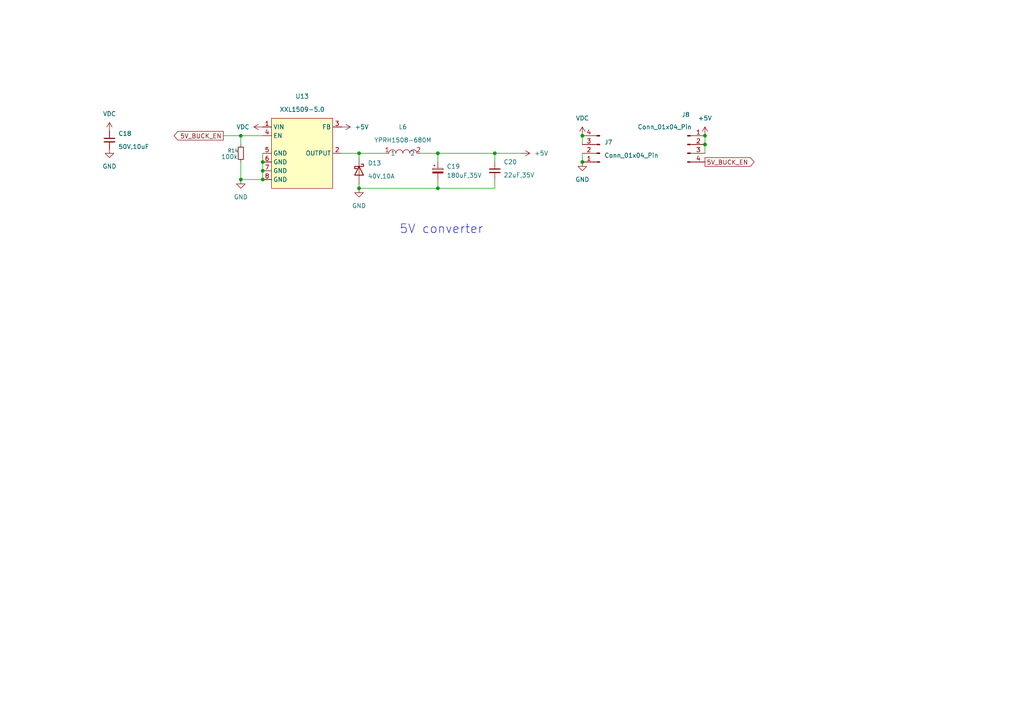
<source format=kicad_sch>
(kicad_sch (version 20250114) (generator "eeschema") (generator_version "9.0")
  (paper "A4")
  (lib_symbols
    (symbol "Connector:Conn_01x04_Pin" (pin_names (offset 1.016) (hide yes))
      (property "Reference" "J" (at 0 5.08 0))
      (property "Value" "Conn_01x04_Pin" (at 0 -7.62 0))
      (symbol "Conn_01x04_Pin_1_1"
        (rectangle (start 0.8636 2.667) (end 0 2.413) (stroke (width 0.1524)) (fill (type outline)))
        (rectangle (start 0.8636 0.127) (end 0 -0.127) (stroke (width 0.1524)) (fill (type outline)))
        (rectangle (start 0.8636 -2.413) (end 0 -2.667) (stroke (width 0.1524)) (fill (type outline)))
        (rectangle (start 0.8636 -4.953) (end 0 -5.207) (stroke (width 0.1524)) (fill (type outline)))
        (polyline (pts (xy 1.27 2.54) (xy 0.8636 2.54)) (stroke (width 0.1524)))
        (polyline (pts (xy 1.27 0) (xy 0.8636 0)) (stroke (width 0.1524)))
        (polyline (pts (xy 1.27 -2.54) (xy 0.8636 -2.54)) (stroke (width 0.1524)))
        (polyline (pts (xy 1.27 -5.08) (xy 0.8636 -5.08)) (stroke (width 0.1524)))
        (pin passive line (at 5.08 2.54 180) (length 3.81) (name "Pin_1") (number "1"))
        (pin passive line (at 5.08 0 180) (length 3.81) (name "Pin_2") (number "2"))
        (pin passive line (at 5.08 -2.54 180) (length 3.81) (name "Pin_3") (number "3"))
        (pin passive line (at 5.08 -5.08 180) (length 3.81) (name "Pin_4") (number "4"))
      )
    )
    (symbol "Device:C_Polarized_Small" (pin_numbers (hide yes)) (pin_names (offset 0.254) (hide yes))
      (property "Reference" "C" (at 0.254 1.778 0))
      (property "Value" "C_Polarized_Small" (at 0.254 -2.032 0))
      (symbol "C_Polarized_Small_0_1"
        (rectangle (start -1.524 0.6858) (end 1.524 0.3048))
        (rectangle (start -1.524 -0.3048) (end 1.524 -0.6858) (fill (type outline)))
        (polyline (pts (xy -1.27 1.524) (xy -0.762 1.524)))
        (polyline (pts (xy -1.016 1.27) (xy -1.016 1.778)))
      )
      (symbol "C_Polarized_Small_1_1"
        (pin passive line (at 0 2.54 270) (length 1.8542) (name "~") (number "1"))
        (pin passive line (at 0 -2.54 90) (length 1.8542) (name "~") (number "2"))
      )
    )
    (symbol "Device:C_Small" (pin_numbers (hide yes)) (pin_names (offset 0.254) (hide yes))
      (property "Reference" "C" (at 0.254 1.778 0))
      (property "Value" "C_Small" (at 0.254 -2.032 0))
      (symbol "C_Small_0_1"
        (polyline (pts (xy -1.524 0.508) (xy 1.524 0.508)) (stroke (width 0.3048)))
        (polyline (pts (xy -1.524 -0.508) (xy 1.524 -0.508)) (stroke (width 0.3302)))
      )
      (symbol "C_Small_1_1"
        (pin passive line (at 0 2.54 270) (length 2.032) (name "~") (number "1"))
        (pin passive line (at 0 -2.54 90) (length 2.032) (name "~") (number "2"))
      )
    )
    (symbol "Device:D_Schottky" (pin_numbers (hide yes)) (pin_names (offset 1.016) (hide yes))
      (property "Reference" "D" (at 0 2.54 0))
      (property "Value" "D_Schottky" (at 0 -2.54 0))
      (symbol "D_Schottky_0_1"
        (polyline (pts (xy -1.905 0.635) (xy -1.905 1.27) (xy -1.27 1.27) (xy -1.27 -1.27) (xy -0.635 -1.27) (xy -0.635 -0.635)) (stroke (width 0.254)))
        (polyline (pts (xy 1.27 1.27) (xy 1.27 -1.27) (xy -1.27 0) (xy 1.27 1.27)) (stroke (width 0.254)))
        (polyline (pts (xy 1.27 0) (xy -1.27 0)))
      )
      (symbol "D_Schottky_1_1"
        (pin passive line (at -3.81 0 0) (length 2.54) (name "K") (number "1"))
        (pin passive line (at 3.81 0 180) (length 2.54) (name "A") (number "2"))
      )
    )
    (symbol "Device:R_Small" (pin_numbers (hide yes)) (pin_names (offset 0.254) (hide yes))
      (property "Reference" "R" (at 0 0 90))
      (property "Value" "R_Small" (at 1.778 0 90))
      (symbol "R_Small_0_1"
        (rectangle (start -0.762 1.778) (end 0.762 -1.778) (stroke (width 0.2032)))
      )
      (symbol "R_Small_1_1"
        (pin passive line (at 0 2.54 270) (length 0.762) (name "~") (number "1"))
        (pin passive line (at 0 -2.54 90) (length 0.762) (name "~") (number "2"))
      )
    )
    (symbol "EasyEDA:XXL1509-5.0"
      (property "Reference" "U" (at 0 12.7 0))
      (property "Value" "XXL1509-5.0" (at 0 -12.7 0))
      (symbol "XXL1509-5.0_0_1"
        (rectangle (start -8.89 10.16) (end 8.89 -10.16) (fill (type background)))
        (pin unspecified line (at -11.43 7.62 0) (length 2.54) (name "FB") (number "3"))
        (pin unspecified line (at -11.43 0 0) (length 2.54) (name "OUTPUT") (number "2"))
        (pin unspecified line (at 11.43 7.62 180) (length 2.54) (name "VIN") (number "1"))
        (pin unspecified line (at 11.43 5.08 180) (length 2.54) (name "EN") (number "4"))
        (pin unspecified line (at 11.43 0 180) (length 2.54) (name "GND") (number "5"))
        (pin unspecified line (at 11.43 -2.54 180) (length 2.54) (name "GND") (number "6"))
        (pin unspecified line (at 11.43 -5.08 180) (length 2.54) (name "GND") (number "7"))
        (pin unspecified line (at 11.43 -7.62 180) (length 2.54) (name "GND") (number "8"))
      )
    )
    (symbol "easyeda2kicad:YPRH1508-680M"
      (property "Reference" "L" (at 0 5.08 0))
      (property "Value" "YPRH1508-680M" (at 0 -5.08 0))
      (symbol "YPRH1508-680M_0_1"
        (arc (start -4.06 -0.01) (mid -2.83 0.99) (end -2.03 0.01))
        (arc (start -2.03 -0.01) (mid -0.8 0.99) (end 0 0.01))
        (arc (start 0 -0.01) (mid 1.23 0.99) (end 2.03 0.01))
        (arc (start 2.03 -0.01) (mid 3.26 0.99) (end 4.06 0.01))
        (pin unspecified line (at -5.08 0 0) (length 1.016) (name "1") (number "1"))
        (pin unspecified line (at 5.08 0 180) (length 1.016) (name "2") (number "2"))
      )
    )
    (symbol "power:+5V" (power) (pin_numbers (hide yes)) (pin_names (offset 0) (hide yes))
      (property "Value" "+5V" (at 0 3.556 0))
      (symbol "+5V_0_1"
        (polyline (pts (xy -0.762 1.27) (xy 0 2.54)))
        (polyline (pts (xy 0 2.54) (xy 0.762 1.27)))
        (polyline (pts (xy 0 0) (xy 0 2.54)))
      )
      (symbol "+5V_1_1"
        (pin power_in line (at 0 0 90) (length 0) (name "~") (number "1"))
      )
    )
    (symbol "power:GND" (power) (pin_numbers (hide yes)) (pin_names (offset 0) (hide yes))
      (property "Value" "GND" (at 0 -3.81 0))
      (symbol "GND_0_1"
        (polyline (pts (xy 0 0) (xy 0 -1.27) (xy 1.27 -1.27) (xy 0 -2.54) (xy -1.27 -1.27) (xy 0 -1.27)))
      )
      (symbol "GND_1_1"
        (pin power_in line (at 0 0 270) (length 0) (name "~") (number "1"))
      )
    )
    (symbol "power:VDC" (power) (pin_numbers (hide yes)) (pin_names (offset 0) (hide yes))
      (property "Value" "VDC" (at 0 3.556 0))
      (symbol "VDC_0_1"
        (polyline (pts (xy -0.762 1.27) (xy 0 2.54)))
        (polyline (pts (xy 0 2.54) (xy 0.762 1.27)))
        (polyline (pts (xy 0 0) (xy 0 2.54)))
      )
      (symbol "VDC_1_1"
        (pin power_in line (at 0 0 90) (length 0) (name "~") (number "1"))
      )
    )
  )
  (text "5V converter" (at 128.016 66.548 0) (effects (font (size 2.54 2.54))))
  (junction (at 168.91 39.37))
  (junction (at 127 44.45))
  (junction (at 76.2 52.07))
  (junction (at 76.2 49.53))
  (junction (at 168.91 46.99))
  (junction (at 204.47 39.37))
  (junction (at 127 54.61))
  (junction (at 76.2 46.99))
  (junction (at 69.85 52.07))
  (junction (at 104.14 44.45))
  (junction (at 104.14 54.61))
  (junction (at 204.47 41.91))
  (junction (at 69.85 39.37))
  (junction (at 143.51 44.45))
  (wire (pts (xy 76.2 44.45) (xy 76.2 46.99)))
  (wire (pts (xy 168.91 44.45) (xy 168.91 46.99)))
  (wire (pts (xy 104.14 54.61) (xy 127 54.61)))
  (wire (pts (xy 127 54.61) (xy 127 52.07)))
  (wire (pts (xy 204.47 39.37) (xy 204.47 41.91)))
  (wire (pts (xy 69.85 39.37) (xy 76.2 39.37)))
  (wire (pts (xy 104.14 45.72) (xy 104.14 44.45)))
  (wire (pts (xy 69.85 39.37) (xy 69.85 41.91)))
  (wire (pts (xy 69.85 52.07) (xy 69.85 46.99)))
  (wire (pts (xy 69.85 52.07) (xy 76.2 52.07)))
  (wire (pts (xy 127 54.61) (xy 143.51 54.61)))
  (wire (pts (xy 143.51 54.61) (xy 143.51 52.07)))
  (wire (pts (xy 168.91 39.37) (xy 168.91 41.91)))
  (wire (pts (xy 76.2 52.07) (xy 76.2 49.53)))
  (wire (pts (xy 99.06 44.45) (xy 104.14 44.45)))
  (wire (pts (xy 204.47 41.91) (xy 204.47 44.45)))
  (wire (pts (xy 143.51 44.45) (xy 151.13 44.45)))
  (wire (pts (xy 127 44.45) (xy 143.51 44.45)))
  (wire (pts (xy 143.51 44.45) (xy 143.51 46.99)))
  (wire (pts (xy 121.92 44.45) (xy 127 44.45)))
  (wire (pts (xy 76.2 49.53) (xy 76.2 46.99)))
  (wire (pts (xy 104.14 44.45) (xy 111.76 44.45)))
  (wire (pts (xy 104.14 54.61) (xy 104.14 53.34)))
  (wire (pts (xy 64.77 39.37) (xy 69.85 39.37)))
  (wire (pts (xy 127 46.99) (xy 127 44.45)))
  (global_label "5V_BUCK_EN" (shape output) (at 64.77 39.37 180) (property "Intersheetrefs" "${INTERSHEET_REFS}" (effects (hide yes))))
  (global_label "5V_BUCK_EN" (shape output) (at 204.47 46.99 0) (property "Intersheetrefs" "${INTERSHEET_REFS}" (effects (hide yes))))
  (symbol (lib_id "power:GND") (at 168.91 46.99 0) (mirror y) (unit 1)
    (property "Reference" "#PWR0143" (effects (hide yes)))
    (property "Value" "GND" (at 168.91 52.07 0))
    (property "Description" "Power symbol creates a global label with name \"GND\" , ground" (effects (hide yes)))
  )
  (symbol (lib_id "power:VDC") (at 168.91 39.37 0) (unit 1)
    (property "Reference" "#PWR0142" (effects (hide yes)))
    (property "Value" "VDC" (at 168.91 34.29 0))
    (property "Description" "Power symbol creates a global label with name \"VDC\"" (effects (hide yes)))
  )
  (symbol (lib_id "power:+5V") (at 204.47 39.37 0) (unit 1)
    (property "Reference" "#PWR0144" (effects (hide yes)))
    (property "Value" "+5V" (at 204.47 34.29 0))
    (property "Description" "Power symbol creates a global label with name \"+5V\"" (effects (hide yes)))
  )
  (symbol (lib_id "power:GND") (at 104.14 54.61 0) (unit 1)
    (property "Reference" "#PWR0139" (effects (hide yes)))
    (property "Value" "GND" (at 104.14 59.69 0))
    (property "Description" "Power symbol creates a global label with name \"GND\" , ground" (effects (hide yes)))
  )
  (symbol (lib_id "Device:C_Polarized_Small") (at 127 49.53 0) (unit 1)
    (property "Reference" "C19" (at 129.54 48.26 0) (effects (justify left)))
    (property "Value" "180uF,35V" (at 129.54 50.8888 0) (effects (justify left)))
    (property "Footprint" "Capacitor_THT:CP_Radial_D8.0mm_P5.00mm" (effects (hide yes)))
    (property "Description" "Polarized capacitor, small symbol" (effects (hide yes)))
  )
  (symbol (lib_id "Device:C_Small") (at 31.75 40.64 0) (unit 1)
    (property "Reference" "C18" (at 34.29 38.7412 0) (effects (justify left)))
    (property "Value" "50V,10uF" (at 34.29 42.5512 0) (effects (justify left)))
    (property "Description" "Unpolarized capacitor, small symbol" (effects (hide yes)))
  )
  (symbol (lib_id "power:GND") (at 31.75 43.18 0) (unit 1)
    (property "Reference" "#PWR0135" (effects (hide yes)))
    (property "Value" "GND" (at 31.75 48.26 0))
    (property "Description" "Power symbol creates a global label with name \"GND\" , ground" (effects (hide yes)))
  )
  (symbol (lib_id "Connector:Conn_01x04_Pin") (at 199.39 41.91 0) (unit 1)
    (property "Reference" "J8" (at 198.882 33.274 0))
    (property "Value" "Conn_01x04_Pin" (at 192.786 36.83 0))
    (property "Footprint" "Connector_PinHeader_2.54mm:PinHeader_1x04_P2.54mm_Vertical" (effects (hide yes)))
    (property "Description" "Generic connector, single row, 01x04, script generated" (effects (hide yes)))
  )
  (symbol (lib_id "Device:D_Schottky") (at 104.14 49.53 270) (unit 1)
    (property "Reference" "D13" (at 106.68 47.3074 90) (effects (justify left)))
    (property "Value" "40V,10A" (at 106.68 51.1174 90) (effects (justify left)))
    (property "Footprint" "Diode_SMD:D_SMB_Handsoldering" (effects (hide yes)))
    (property "Description" "Schottky diode" (effects (hide yes)))
  )
  (symbol (lib_id "power:VDC") (at 31.75 38.1 0) (unit 1)
    (property "Reference" "#PWR0134" (effects (hide yes)))
    (property "Value" "VDC" (at 31.75 33.02 0))
    (property "Description" "Power symbol creates a global label with name \"VDC\"" (effects (hide yes)))
  )
  (symbol (lib_id "Device:R_Small") (at 69.85 44.45 180) (unit 1)
    (property "Reference" "R14" (at 67.564 43.688 0) (effects (font (size 1.016 1.016))))
    (property "Value" "100k" (at 66.548 45.466 0))
    (property "Footprint" "Resistor_SMD:R_0402_1005Metric_Pad0.72x0.64mm_HandSolder" (effects (hide yes)))
    (property "Description" "Resistor, small symbol" (effects (hide yes)))
  )
  (symbol (lib_id "power:+5V") (at 99.06 36.83 270) (unit 1)
    (property "Reference" "#PWR0138" (effects (hide yes)))
    (property "Value" "+5V" (at 102.87 36.8299 90) (effects (justify left)))
    (property "Description" "Power symbol creates a global label with name \"+5V\"" (effects (hide yes)))
  )
  (symbol (lib_id "Connector:Conn_01x04_Pin") (at 173.99 44.45 180) (unit 1)
    (property "Reference" "J7" (at 175.26 41.2749 0) (effects (justify right)))
    (property "Value" "Conn_01x04_Pin" (at 175.26 45.0849 0) (effects (justify right)))
    (property "Footprint" "Connector_PinHeader_2.54mm:PinHeader_1x04_P2.54mm_Vertical" (effects (hide yes)))
    (property "Description" "Generic connector, single row, 01x04, script generated" (effects (hide yes)))
  )
  (symbol (lib_id "power:GND") (at 69.85 52.07 0) (mirror y) (unit 1)
    (property "Reference" "#PWR0136" (effects (hide yes)))
    (property "Value" "GND" (at 69.85 57.15 0))
    (property "Description" "Power symbol creates a global label with name \"GND\" , ground" (effects (hide yes)))
  )
  (symbol (lib_id "easyeda2kicad:YPRH1508-680M") (at 116.84 44.45 0) (unit 1)
    (property "Reference" "L6" (at 116.84 36.83 0))
    (property "Value" "YPRH1508-680M" (at 116.84 40.64 0))
    (property "Footprint" "easyeda2kicad:IND-SMD_L15.0-W15.0" (effects (hide yes)))
    (property "LCSC Part" "C970544" (effects (hide yes)))
  )
  (symbol (lib_id "EasyEDA:XXL1509-5.0") (at 87.63 44.45 0) (mirror y) (unit 1)
    (property "Reference" "U13" (at 87.63 27.94 0))
    (property "Value" "XXL1509-5.0" (at 87.63 31.75 0))
    (property "Footprint" "easyeda2kicad:SOIC-8_L4.9-W3.9-P1.27-LS6.0-BL" (effects (hide yes)))
    (property "LCSC Part" "C42376977" (effects (hide yes)))
  )
  (symbol (lib_id "power:+5V") (at 151.13 44.45 270) (unit 1)
    (property "Reference" "#PWR0141" (effects (hide yes)))
    (property "Value" "+5V" (at 154.94 44.4499 90) (effects (justify left)))
    (property "Description" "Power symbol creates a global label with name \"+5V\"" (effects (hide yes)))
  )
  (symbol (lib_id "Device:C_Small") (at 143.51 49.53 0) (unit 1)
    (property "Reference" "C20" (at 146.05 46.99 0) (effects (justify left)))
    (property "Value" "22uF,35V" (at 146.05 50.8 0) (effects (justify left)))
    (property "Description" "Unpolarized capacitor, small symbol" (effects (hide yes)))
  )
  (symbol (lib_id "power:VDC") (at 76.2 36.83 90) (unit 1)
    (property "Reference" "#PWR0137" (effects (hide yes)))
    (property "Value" "VDC" (at 72.39 36.8299 90) (effects (justify left)))
    (property "Description" "Power symbol creates a global label with name \"VDC\"" (effects (hide yes)))
  )
)
</source>
